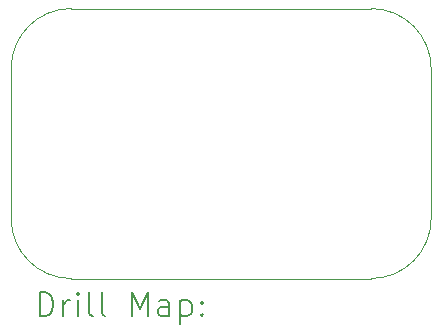
<source format=gbr>
%TF.GenerationSoftware,KiCad,Pcbnew,7.0.2-0*%
%TF.CreationDate,2024-01-28T15:47:04-06:00*%
%TF.ProjectId,wire_adapter,77697265-5f61-4646-9170-7465722e6b69,rev?*%
%TF.SameCoordinates,Original*%
%TF.FileFunction,Drillmap*%
%TF.FilePolarity,Positive*%
%FSLAX45Y45*%
G04 Gerber Fmt 4.5, Leading zero omitted, Abs format (unit mm)*
G04 Created by KiCad (PCBNEW 7.0.2-0) date 2024-01-28 15:47:04*
%MOMM*%
%LPD*%
G01*
G04 APERTURE LIST*
%ADD10C,0.100000*%
%ADD11C,0.200000*%
G04 APERTURE END LIST*
D10*
X13208000Y-10668000D02*
X15748000Y-10668000D01*
X12700000Y-8890000D02*
X12700000Y-10160000D01*
X15748000Y-8382000D02*
X13208000Y-8382000D01*
X16256000Y-10160000D02*
X16256000Y-8890000D01*
X15748000Y-10668000D02*
G75*
G03*
X16256000Y-10160000I0J508000D01*
G01*
X12700000Y-10160000D02*
G75*
G03*
X13208000Y-10668000I508000J0D01*
G01*
X13208000Y-8382000D02*
G75*
G03*
X12700000Y-8890000I0J-508000D01*
G01*
X16256000Y-8890000D02*
G75*
G03*
X15748000Y-8382000I-508000J0D01*
G01*
D11*
X12942619Y-10985524D02*
X12942619Y-10785524D01*
X12942619Y-10785524D02*
X12990238Y-10785524D01*
X12990238Y-10785524D02*
X13018809Y-10795048D01*
X13018809Y-10795048D02*
X13037857Y-10814095D01*
X13037857Y-10814095D02*
X13047381Y-10833143D01*
X13047381Y-10833143D02*
X13056905Y-10871238D01*
X13056905Y-10871238D02*
X13056905Y-10899810D01*
X13056905Y-10899810D02*
X13047381Y-10937905D01*
X13047381Y-10937905D02*
X13037857Y-10956952D01*
X13037857Y-10956952D02*
X13018809Y-10976000D01*
X13018809Y-10976000D02*
X12990238Y-10985524D01*
X12990238Y-10985524D02*
X12942619Y-10985524D01*
X13142619Y-10985524D02*
X13142619Y-10852190D01*
X13142619Y-10890286D02*
X13152143Y-10871238D01*
X13152143Y-10871238D02*
X13161667Y-10861714D01*
X13161667Y-10861714D02*
X13180714Y-10852190D01*
X13180714Y-10852190D02*
X13199762Y-10852190D01*
X13266428Y-10985524D02*
X13266428Y-10852190D01*
X13266428Y-10785524D02*
X13256905Y-10795048D01*
X13256905Y-10795048D02*
X13266428Y-10804571D01*
X13266428Y-10804571D02*
X13275952Y-10795048D01*
X13275952Y-10795048D02*
X13266428Y-10785524D01*
X13266428Y-10785524D02*
X13266428Y-10804571D01*
X13390238Y-10985524D02*
X13371190Y-10976000D01*
X13371190Y-10976000D02*
X13361667Y-10956952D01*
X13361667Y-10956952D02*
X13361667Y-10785524D01*
X13495000Y-10985524D02*
X13475952Y-10976000D01*
X13475952Y-10976000D02*
X13466428Y-10956952D01*
X13466428Y-10956952D02*
X13466428Y-10785524D01*
X13723571Y-10985524D02*
X13723571Y-10785524D01*
X13723571Y-10785524D02*
X13790238Y-10928381D01*
X13790238Y-10928381D02*
X13856905Y-10785524D01*
X13856905Y-10785524D02*
X13856905Y-10985524D01*
X14037857Y-10985524D02*
X14037857Y-10880762D01*
X14037857Y-10880762D02*
X14028333Y-10861714D01*
X14028333Y-10861714D02*
X14009286Y-10852190D01*
X14009286Y-10852190D02*
X13971190Y-10852190D01*
X13971190Y-10852190D02*
X13952143Y-10861714D01*
X14037857Y-10976000D02*
X14018809Y-10985524D01*
X14018809Y-10985524D02*
X13971190Y-10985524D01*
X13971190Y-10985524D02*
X13952143Y-10976000D01*
X13952143Y-10976000D02*
X13942619Y-10956952D01*
X13942619Y-10956952D02*
X13942619Y-10937905D01*
X13942619Y-10937905D02*
X13952143Y-10918857D01*
X13952143Y-10918857D02*
X13971190Y-10909333D01*
X13971190Y-10909333D02*
X14018809Y-10909333D01*
X14018809Y-10909333D02*
X14037857Y-10899810D01*
X14133095Y-10852190D02*
X14133095Y-11052190D01*
X14133095Y-10861714D02*
X14152143Y-10852190D01*
X14152143Y-10852190D02*
X14190238Y-10852190D01*
X14190238Y-10852190D02*
X14209286Y-10861714D01*
X14209286Y-10861714D02*
X14218809Y-10871238D01*
X14218809Y-10871238D02*
X14228333Y-10890286D01*
X14228333Y-10890286D02*
X14228333Y-10947429D01*
X14228333Y-10947429D02*
X14218809Y-10966476D01*
X14218809Y-10966476D02*
X14209286Y-10976000D01*
X14209286Y-10976000D02*
X14190238Y-10985524D01*
X14190238Y-10985524D02*
X14152143Y-10985524D01*
X14152143Y-10985524D02*
X14133095Y-10976000D01*
X14314048Y-10966476D02*
X14323571Y-10976000D01*
X14323571Y-10976000D02*
X14314048Y-10985524D01*
X14314048Y-10985524D02*
X14304524Y-10976000D01*
X14304524Y-10976000D02*
X14314048Y-10966476D01*
X14314048Y-10966476D02*
X14314048Y-10985524D01*
X14314048Y-10861714D02*
X14323571Y-10871238D01*
X14323571Y-10871238D02*
X14314048Y-10880762D01*
X14314048Y-10880762D02*
X14304524Y-10871238D01*
X14304524Y-10871238D02*
X14314048Y-10861714D01*
X14314048Y-10861714D02*
X14314048Y-10880762D01*
M02*

</source>
